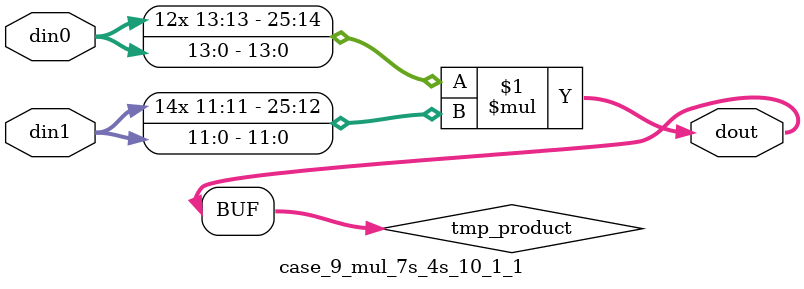
<source format=v>

`timescale 1 ns / 1 ps

 module case_9_mul_7s_4s_10_1_1(din0, din1, dout);
parameter ID = 1;
parameter NUM_STAGE = 0;
parameter din0_WIDTH = 14;
parameter din1_WIDTH = 12;
parameter dout_WIDTH = 26;

input [din0_WIDTH - 1 : 0] din0; 
input [din1_WIDTH - 1 : 0] din1; 
output [dout_WIDTH - 1 : 0] dout;

wire signed [dout_WIDTH - 1 : 0] tmp_product;



























assign tmp_product = $signed(din0) * $signed(din1);








assign dout = tmp_product;





















endmodule

</source>
